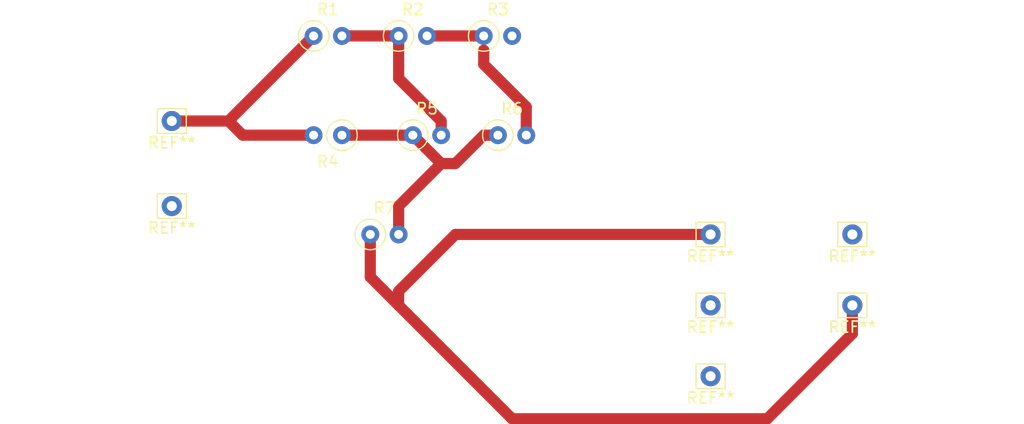
<source format=kicad_pcb>
(kicad_pcb (version 20171130) (host pcbnew "(5.1.4)-1")

  (general
    (thickness 1.6)
    (drawings 0)
    (tracks 28)
    (zones 0)
    (modules 14)
    (nets 7)
  )

  (page A4)
  (layers
    (0 F.Cu signal)
    (31 B.Cu signal)
    (32 B.Adhes user)
    (33 F.Adhes user)
    (34 B.Paste user)
    (35 F.Paste user)
    (36 B.SilkS user)
    (37 F.SilkS user)
    (38 B.Mask user)
    (39 F.Mask user)
    (40 Dwgs.User user)
    (41 Cmts.User user)
    (42 Eco1.User user)
    (43 Eco2.User user)
    (44 Edge.Cuts user)
    (45 Margin user)
    (46 B.CrtYd user)
    (47 F.CrtYd user)
    (48 B.Fab user)
    (49 F.Fab user)
  )

  (setup
    (last_trace_width 0.25)
    (user_trace_width 1)
    (trace_clearance 0.2)
    (zone_clearance 0.508)
    (zone_45_only no)
    (trace_min 0.2)
    (via_size 0.8)
    (via_drill 0.4)
    (via_min_size 0.4)
    (via_min_drill 0.3)
    (uvia_size 0.3)
    (uvia_drill 0.1)
    (uvias_allowed no)
    (uvia_min_size 0.2)
    (uvia_min_drill 0.1)
    (edge_width 0.05)
    (segment_width 0.2)
    (pcb_text_width 0.3)
    (pcb_text_size 1.5 1.5)
    (mod_edge_width 0.12)
    (mod_text_size 1 1)
    (mod_text_width 0.15)
    (pad_size 1.524 1.524)
    (pad_drill 0.762)
    (pad_to_mask_clearance 0.051)
    (solder_mask_min_width 0.25)
    (aux_axis_origin 0 0)
    (visible_elements 7FFFFFFF)
    (pcbplotparams
      (layerselection 0x010fc_ffffffff)
      (usegerberextensions false)
      (usegerberattributes false)
      (usegerberadvancedattributes false)
      (creategerberjobfile false)
      (excludeedgelayer true)
      (linewidth 0.100000)
      (plotframeref false)
      (viasonmask false)
      (mode 1)
      (useauxorigin false)
      (hpglpennumber 1)
      (hpglpenspeed 20)
      (hpglpendiameter 15.000000)
      (psnegative false)
      (psa4output false)
      (plotreference true)
      (plotvalue true)
      (plotinvisibletext false)
      (padsonsilk false)
      (subtractmaskfromsilk false)
      (outputformat 1)
      (mirror false)
      (drillshape 1)
      (scaleselection 1)
      (outputdirectory ""))
  )

  (net 0 "")
  (net 1 "Net-(R1-Pad2)")
  (net 2 "Net-(R1-Pad1)")
  (net 3 "Net-(R2-Pad2)")
  (net 4 Earth)
  (net 5 "Net-(R4-Pad1)")
  (net 6 "Net-(R7-Pad1)")

  (net_class Default "Esta es la clase de red por defecto."
    (clearance 0.2)
    (trace_width 0.25)
    (via_dia 0.8)
    (via_drill 0.4)
    (uvia_dia 0.3)
    (uvia_drill 0.1)
    (add_net Earth)
    (add_net "Net-(R1-Pad1)")
    (add_net "Net-(R1-Pad2)")
    (add_net "Net-(R2-Pad2)")
    (add_net "Net-(R4-Pad1)")
    (add_net "Net-(R7-Pad1)")
  )

  (module Connector_Pin:Pin_D0.9mm_L10.0mm_W2.4mm_FlatFork (layer F.Cu) (tedit 5A1DC084) (tstamp 5DB9C7A1)
    (at 115.57 101.6)
    (descr "solder Pin_ with flat fork, hole diameter 0.9mm, length 10.0mm, width 2.4mm")
    (tags "solder Pin_ with flat fork")
    (fp_text reference REF** (at 0 1.95) (layer F.SilkS)
      (effects (font (size 1 1) (thickness 0.15)))
    )
    (fp_text value Pin_D0.9mm_L10.0mm_W2.4mm_FlatFork (at 0 -2.05) (layer F.Fab)
      (effects (font (size 1 1) (thickness 0.15)))
    )
    (fp_line (start 1.7 1.4) (end -1.7 1.4) (layer F.CrtYd) (width 0.05))
    (fp_line (start 1.7 1.4) (end 1.7 -1.4) (layer F.CrtYd) (width 0.05))
    (fp_line (start -1.7 -1.4) (end -1.7 1.4) (layer F.CrtYd) (width 0.05))
    (fp_line (start -1.7 -1.4) (end 1.7 -1.4) (layer F.CrtYd) (width 0.05))
    (fp_line (start 1.2 -0.25) (end -1.2 -0.25) (layer F.Fab) (width 0.12))
    (fp_line (start 1.2 0.25) (end 1.2 -0.25) (layer F.Fab) (width 0.12))
    (fp_line (start -1.2 0.25) (end 1.2 0.25) (layer F.Fab) (width 0.12))
    (fp_line (start -1.2 -0.25) (end -1.2 0.25) (layer F.Fab) (width 0.12))
    (fp_line (start 1.3 -1.1) (end -1.3 -1.1) (layer F.SilkS) (width 0.12))
    (fp_line (start 1.3 1.1) (end 1.3 -1.1) (layer F.SilkS) (width 0.12))
    (fp_line (start -1.3 1.1) (end 1.3 1.1) (layer F.SilkS) (width 0.12))
    (fp_line (start -1.3 0.6) (end -1.3 1.1) (layer F.SilkS) (width 0.12))
    (fp_line (start -1.3 -1.1) (end -1.3 0.6) (layer F.SilkS) (width 0.12))
    (fp_text user %R (at 0 1.95) (layer F.Fab)
      (effects (font (size 1 1) (thickness 0.15)))
    )
    (pad 1 thru_hole circle (at 0 0) (size 1.8 1.8) (drill 0.9) (layers *.Cu *.Mask))
    (model ${KISYS3DMOD}/Connector_Pin.3dshapes/Pin_D0.9mm_L10.0mm_W2.4mm_FlatFork.wrl
      (at (xyz 0 0 0))
      (scale (xyz 1 1 1))
      (rotate (xyz 0 0 0))
    )
  )

  (module Connector_Pin:Pin_D0.9mm_L10.0mm_W2.4mm_FlatFork (layer F.Cu) (tedit 5A1DC084) (tstamp 5DB9C758)
    (at 115.57 93.98)
    (descr "solder Pin_ with flat fork, hole diameter 0.9mm, length 10.0mm, width 2.4mm")
    (tags "solder Pin_ with flat fork")
    (fp_text reference REF** (at 0 1.95) (layer F.SilkS)
      (effects (font (size 1 1) (thickness 0.15)))
    )
    (fp_text value Pin_D0.9mm_L10.0mm_W2.4mm_FlatFork (at 0 -2.05) (layer F.Fab)
      (effects (font (size 1 1) (thickness 0.15)))
    )
    (fp_line (start 1.7 1.4) (end -1.7 1.4) (layer F.CrtYd) (width 0.05))
    (fp_line (start 1.7 1.4) (end 1.7 -1.4) (layer F.CrtYd) (width 0.05))
    (fp_line (start -1.7 -1.4) (end -1.7 1.4) (layer F.CrtYd) (width 0.05))
    (fp_line (start -1.7 -1.4) (end 1.7 -1.4) (layer F.CrtYd) (width 0.05))
    (fp_line (start 1.2 -0.25) (end -1.2 -0.25) (layer F.Fab) (width 0.12))
    (fp_line (start 1.2 0.25) (end 1.2 -0.25) (layer F.Fab) (width 0.12))
    (fp_line (start -1.2 0.25) (end 1.2 0.25) (layer F.Fab) (width 0.12))
    (fp_line (start -1.2 -0.25) (end -1.2 0.25) (layer F.Fab) (width 0.12))
    (fp_line (start 1.3 -1.1) (end -1.3 -1.1) (layer F.SilkS) (width 0.12))
    (fp_line (start 1.3 1.1) (end 1.3 -1.1) (layer F.SilkS) (width 0.12))
    (fp_line (start -1.3 1.1) (end 1.3 1.1) (layer F.SilkS) (width 0.12))
    (fp_line (start -1.3 0.6) (end -1.3 1.1) (layer F.SilkS) (width 0.12))
    (fp_line (start -1.3 -1.1) (end -1.3 0.6) (layer F.SilkS) (width 0.12))
    (fp_text user %R (at 0 1.95) (layer F.Fab)
      (effects (font (size 1 1) (thickness 0.15)))
    )
    (pad 1 thru_hole circle (at 0 0) (size 1.8 1.8) (drill 0.9) (layers *.Cu *.Mask))
    (model ${KISYS3DMOD}/Connector_Pin.3dshapes/Pin_D0.9mm_L10.0mm_W2.4mm_FlatFork.wrl
      (at (xyz 0 0 0))
      (scale (xyz 1 1 1))
      (rotate (xyz 0 0 0))
    )
  )

  (module Connector_Pin:Pin_D0.9mm_L10.0mm_W2.4mm_FlatFork (layer F.Cu) (tedit 5A1DC084) (tstamp 5DB9C128)
    (at 163.83 110.49)
    (descr "solder Pin_ with flat fork, hole diameter 0.9mm, length 10.0mm, width 2.4mm")
    (tags "solder Pin_ with flat fork")
    (fp_text reference REF** (at 0 1.95) (layer F.SilkS)
      (effects (font (size 1 1) (thickness 0.15)))
    )
    (fp_text value Pin_D0.9mm_L10.0mm_W2.4mm_FlatFork (at 0 -2.05) (layer F.Fab)
      (effects (font (size 1 1) (thickness 0.15)))
    )
    (fp_text user %R (at 0 1.95) (layer F.Fab)
      (effects (font (size 1 1) (thickness 0.15)))
    )
    (fp_line (start -1.3 -1.1) (end -1.3 0.6) (layer F.SilkS) (width 0.12))
    (fp_line (start -1.3 0.6) (end -1.3 1.1) (layer F.SilkS) (width 0.12))
    (fp_line (start -1.3 1.1) (end 1.3 1.1) (layer F.SilkS) (width 0.12))
    (fp_line (start 1.3 1.1) (end 1.3 -1.1) (layer F.SilkS) (width 0.12))
    (fp_line (start 1.3 -1.1) (end -1.3 -1.1) (layer F.SilkS) (width 0.12))
    (fp_line (start -1.2 -0.25) (end -1.2 0.25) (layer F.Fab) (width 0.12))
    (fp_line (start -1.2 0.25) (end 1.2 0.25) (layer F.Fab) (width 0.12))
    (fp_line (start 1.2 0.25) (end 1.2 -0.25) (layer F.Fab) (width 0.12))
    (fp_line (start 1.2 -0.25) (end -1.2 -0.25) (layer F.Fab) (width 0.12))
    (fp_line (start -1.7 -1.4) (end 1.7 -1.4) (layer F.CrtYd) (width 0.05))
    (fp_line (start -1.7 -1.4) (end -1.7 1.4) (layer F.CrtYd) (width 0.05))
    (fp_line (start 1.7 1.4) (end 1.7 -1.4) (layer F.CrtYd) (width 0.05))
    (fp_line (start 1.7 1.4) (end -1.7 1.4) (layer F.CrtYd) (width 0.05))
    (pad 1 thru_hole circle (at 0 0) (size 1.8 1.8) (drill 0.9) (layers *.Cu *.Mask))
    (model ${KISYS3DMOD}/Connector_Pin.3dshapes/Pin_D0.9mm_L10.0mm_W2.4mm_FlatFork.wrl
      (at (xyz 0 0 0))
      (scale (xyz 1 1 1))
      (rotate (xyz 0 0 0))
    )
  )

  (module Connector_Pin:Pin_D0.9mm_L10.0mm_W2.4mm_FlatFork (layer F.Cu) (tedit 5A1DC084) (tstamp 5DB9C116)
    (at 163.83 104.14)
    (descr "solder Pin_ with flat fork, hole diameter 0.9mm, length 10.0mm, width 2.4mm")
    (tags "solder Pin_ with flat fork")
    (fp_text reference REF** (at 0 1.95) (layer F.SilkS)
      (effects (font (size 1 1) (thickness 0.15)))
    )
    (fp_text value Pin_D0.9mm_L10.0mm_W2.4mm_FlatFork (at 0 -2.05) (layer F.Fab)
      (effects (font (size 1 1) (thickness 0.15)))
    )
    (fp_text user %R (at 0 1.95) (layer F.Fab)
      (effects (font (size 1 1) (thickness 0.15)))
    )
    (fp_line (start -1.3 -1.1) (end -1.3 0.6) (layer F.SilkS) (width 0.12))
    (fp_line (start -1.3 0.6) (end -1.3 1.1) (layer F.SilkS) (width 0.12))
    (fp_line (start -1.3 1.1) (end 1.3 1.1) (layer F.SilkS) (width 0.12))
    (fp_line (start 1.3 1.1) (end 1.3 -1.1) (layer F.SilkS) (width 0.12))
    (fp_line (start 1.3 -1.1) (end -1.3 -1.1) (layer F.SilkS) (width 0.12))
    (fp_line (start -1.2 -0.25) (end -1.2 0.25) (layer F.Fab) (width 0.12))
    (fp_line (start -1.2 0.25) (end 1.2 0.25) (layer F.Fab) (width 0.12))
    (fp_line (start 1.2 0.25) (end 1.2 -0.25) (layer F.Fab) (width 0.12))
    (fp_line (start 1.2 -0.25) (end -1.2 -0.25) (layer F.Fab) (width 0.12))
    (fp_line (start -1.7 -1.4) (end 1.7 -1.4) (layer F.CrtYd) (width 0.05))
    (fp_line (start -1.7 -1.4) (end -1.7 1.4) (layer F.CrtYd) (width 0.05))
    (fp_line (start 1.7 1.4) (end 1.7 -1.4) (layer F.CrtYd) (width 0.05))
    (fp_line (start 1.7 1.4) (end -1.7 1.4) (layer F.CrtYd) (width 0.05))
    (pad 1 thru_hole circle (at 0 0) (size 1.8 1.8) (drill 0.9) (layers *.Cu *.Mask))
    (model ${KISYS3DMOD}/Connector_Pin.3dshapes/Pin_D0.9mm_L10.0mm_W2.4mm_FlatFork.wrl
      (at (xyz 0 0 0))
      (scale (xyz 1 1 1))
      (rotate (xyz 0 0 0))
    )
  )

  (module Connector_Pin:Pin_D0.9mm_L10.0mm_W2.4mm_FlatFork (layer F.Cu) (tedit 5A1DC084) (tstamp 5DB9C104)
    (at 176.53 104.14)
    (descr "solder Pin_ with flat fork, hole diameter 0.9mm, length 10.0mm, width 2.4mm")
    (tags "solder Pin_ with flat fork")
    (fp_text reference REF** (at 0 1.95) (layer F.SilkS)
      (effects (font (size 1 1) (thickness 0.15)))
    )
    (fp_text value Pin_D0.9mm_L10.0mm_W2.4mm_FlatFork (at 0 -2.05) (layer F.Fab)
      (effects (font (size 1 1) (thickness 0.15)))
    )
    (fp_text user %R (at 0 1.95) (layer F.Fab)
      (effects (font (size 1 1) (thickness 0.15)))
    )
    (fp_line (start -1.3 -1.1) (end -1.3 0.6) (layer F.SilkS) (width 0.12))
    (fp_line (start -1.3 0.6) (end -1.3 1.1) (layer F.SilkS) (width 0.12))
    (fp_line (start -1.3 1.1) (end 1.3 1.1) (layer F.SilkS) (width 0.12))
    (fp_line (start 1.3 1.1) (end 1.3 -1.1) (layer F.SilkS) (width 0.12))
    (fp_line (start 1.3 -1.1) (end -1.3 -1.1) (layer F.SilkS) (width 0.12))
    (fp_line (start -1.2 -0.25) (end -1.2 0.25) (layer F.Fab) (width 0.12))
    (fp_line (start -1.2 0.25) (end 1.2 0.25) (layer F.Fab) (width 0.12))
    (fp_line (start 1.2 0.25) (end 1.2 -0.25) (layer F.Fab) (width 0.12))
    (fp_line (start 1.2 -0.25) (end -1.2 -0.25) (layer F.Fab) (width 0.12))
    (fp_line (start -1.7 -1.4) (end 1.7 -1.4) (layer F.CrtYd) (width 0.05))
    (fp_line (start -1.7 -1.4) (end -1.7 1.4) (layer F.CrtYd) (width 0.05))
    (fp_line (start 1.7 1.4) (end 1.7 -1.4) (layer F.CrtYd) (width 0.05))
    (fp_line (start 1.7 1.4) (end -1.7 1.4) (layer F.CrtYd) (width 0.05))
    (pad 1 thru_hole circle (at 0 0) (size 1.8 1.8) (drill 0.9) (layers *.Cu *.Mask))
    (model ${KISYS3DMOD}/Connector_Pin.3dshapes/Pin_D0.9mm_L10.0mm_W2.4mm_FlatFork.wrl
      (at (xyz 0 0 0))
      (scale (xyz 1 1 1))
      (rotate (xyz 0 0 0))
    )
  )

  (module Connector_Pin:Pin_D0.9mm_L10.0mm_W2.4mm_FlatFork (layer F.Cu) (tedit 5A1DC084) (tstamp 5DB9C0F2)
    (at 163.83 116.84)
    (descr "solder Pin_ with flat fork, hole diameter 0.9mm, length 10.0mm, width 2.4mm")
    (tags "solder Pin_ with flat fork")
    (fp_text reference REF** (at 0 1.95) (layer F.SilkS)
      (effects (font (size 1 1) (thickness 0.15)))
    )
    (fp_text value Pin_D0.9mm_L10.0mm_W2.4mm_FlatFork (at 0 -2.05) (layer F.Fab)
      (effects (font (size 1 1) (thickness 0.15)))
    )
    (fp_text user %R (at 0 1.95) (layer F.Fab)
      (effects (font (size 1 1) (thickness 0.15)))
    )
    (fp_line (start -1.3 -1.1) (end -1.3 0.6) (layer F.SilkS) (width 0.12))
    (fp_line (start -1.3 0.6) (end -1.3 1.1) (layer F.SilkS) (width 0.12))
    (fp_line (start -1.3 1.1) (end 1.3 1.1) (layer F.SilkS) (width 0.12))
    (fp_line (start 1.3 1.1) (end 1.3 -1.1) (layer F.SilkS) (width 0.12))
    (fp_line (start 1.3 -1.1) (end -1.3 -1.1) (layer F.SilkS) (width 0.12))
    (fp_line (start -1.2 -0.25) (end -1.2 0.25) (layer F.Fab) (width 0.12))
    (fp_line (start -1.2 0.25) (end 1.2 0.25) (layer F.Fab) (width 0.12))
    (fp_line (start 1.2 0.25) (end 1.2 -0.25) (layer F.Fab) (width 0.12))
    (fp_line (start 1.2 -0.25) (end -1.2 -0.25) (layer F.Fab) (width 0.12))
    (fp_line (start -1.7 -1.4) (end 1.7 -1.4) (layer F.CrtYd) (width 0.05))
    (fp_line (start -1.7 -1.4) (end -1.7 1.4) (layer F.CrtYd) (width 0.05))
    (fp_line (start 1.7 1.4) (end 1.7 -1.4) (layer F.CrtYd) (width 0.05))
    (fp_line (start 1.7 1.4) (end -1.7 1.4) (layer F.CrtYd) (width 0.05))
    (pad 1 thru_hole circle (at 0 0) (size 1.8 1.8) (drill 0.9) (layers *.Cu *.Mask))
    (model ${KISYS3DMOD}/Connector_Pin.3dshapes/Pin_D0.9mm_L10.0mm_W2.4mm_FlatFork.wrl
      (at (xyz 0 0 0))
      (scale (xyz 1 1 1))
      (rotate (xyz 0 0 0))
    )
  )

  (module Connector_Pin:Pin_D0.9mm_L10.0mm_W2.4mm_FlatFork (layer F.Cu) (tedit 5A1DC084) (tstamp 5DB9C0E0)
    (at 176.53 110.49)
    (descr "solder Pin_ with flat fork, hole diameter 0.9mm, length 10.0mm, width 2.4mm")
    (tags "solder Pin_ with flat fork")
    (fp_text reference REF** (at 0 1.95) (layer F.SilkS)
      (effects (font (size 1 1) (thickness 0.15)))
    )
    (fp_text value Pin_D0.9mm_L10.0mm_W2.4mm_FlatFork (at 0 -2.05) (layer F.Fab)
      (effects (font (size 1 1) (thickness 0.15)))
    )
    (fp_text user %R (at 0 1.95) (layer F.Fab)
      (effects (font (size 1 1) (thickness 0.15)))
    )
    (fp_line (start -1.3 -1.1) (end -1.3 0.6) (layer F.SilkS) (width 0.12))
    (fp_line (start -1.3 0.6) (end -1.3 1.1) (layer F.SilkS) (width 0.12))
    (fp_line (start -1.3 1.1) (end 1.3 1.1) (layer F.SilkS) (width 0.12))
    (fp_line (start 1.3 1.1) (end 1.3 -1.1) (layer F.SilkS) (width 0.12))
    (fp_line (start 1.3 -1.1) (end -1.3 -1.1) (layer F.SilkS) (width 0.12))
    (fp_line (start -1.2 -0.25) (end -1.2 0.25) (layer F.Fab) (width 0.12))
    (fp_line (start -1.2 0.25) (end 1.2 0.25) (layer F.Fab) (width 0.12))
    (fp_line (start 1.2 0.25) (end 1.2 -0.25) (layer F.Fab) (width 0.12))
    (fp_line (start 1.2 -0.25) (end -1.2 -0.25) (layer F.Fab) (width 0.12))
    (fp_line (start -1.7 -1.4) (end 1.7 -1.4) (layer F.CrtYd) (width 0.05))
    (fp_line (start -1.7 -1.4) (end -1.7 1.4) (layer F.CrtYd) (width 0.05))
    (fp_line (start 1.7 1.4) (end 1.7 -1.4) (layer F.CrtYd) (width 0.05))
    (fp_line (start 1.7 1.4) (end -1.7 1.4) (layer F.CrtYd) (width 0.05))
    (pad 1 thru_hole circle (at 0 0) (size 1.8 1.8) (drill 0.9) (layers *.Cu *.Mask))
    (model ${KISYS3DMOD}/Connector_Pin.3dshapes/Pin_D0.9mm_L10.0mm_W2.4mm_FlatFork.wrl
      (at (xyz 0 0 0))
      (scale (xyz 1 1 1))
      (rotate (xyz 0 0 0))
    )
  )

  (module Resistor_THT:R_Axial_DIN0207_L6.3mm_D2.5mm_P2.54mm_Vertical (layer F.Cu) (tedit 5AE5139B) (tstamp 5DB9C4E8)
    (at 133.35 104.14)
    (descr "Resistor, Axial_DIN0207 series, Axial, Vertical, pin pitch=2.54mm, 0.25W = 1/4W, length*diameter=6.3*2.5mm^2, http://cdn-reichelt.de/documents/datenblatt/B400/1_4W%23YAG.pdf")
    (tags "Resistor Axial_DIN0207 series Axial Vertical pin pitch 2.54mm 0.25W = 1/4W length 6.3mm diameter 2.5mm")
    (path /5DB9B915)
    (fp_text reference R7 (at 1.27 -2.37) (layer F.SilkS)
      (effects (font (size 1 1) (thickness 0.15)))
    )
    (fp_text value R (at 1.27 2.37) (layer F.Fab)
      (effects (font (size 1 1) (thickness 0.15)))
    )
    (fp_text user %R (at 1.27 -2.37) (layer F.Fab)
      (effects (font (size 1 1) (thickness 0.15)))
    )
    (fp_line (start 3.59 -1.5) (end -1.5 -1.5) (layer F.CrtYd) (width 0.05))
    (fp_line (start 3.59 1.5) (end 3.59 -1.5) (layer F.CrtYd) (width 0.05))
    (fp_line (start -1.5 1.5) (end 3.59 1.5) (layer F.CrtYd) (width 0.05))
    (fp_line (start -1.5 -1.5) (end -1.5 1.5) (layer F.CrtYd) (width 0.05))
    (fp_line (start 1.37 0) (end 1.44 0) (layer F.SilkS) (width 0.12))
    (fp_line (start 0 0) (end 2.54 0) (layer F.Fab) (width 0.1))
    (fp_circle (center 0 0) (end 1.37 0) (layer F.SilkS) (width 0.12))
    (fp_circle (center 0 0) (end 1.25 0) (layer F.Fab) (width 0.1))
    (pad 2 thru_hole oval (at 2.54 0) (size 1.6 1.6) (drill 0.8) (layers *.Cu *.Mask)
      (net 5 "Net-(R4-Pad1)"))
    (pad 1 thru_hole circle (at 0 0) (size 1.6 1.6) (drill 0.8) (layers *.Cu *.Mask)
      (net 6 "Net-(R7-Pad1)"))
    (model ${KISYS3DMOD}/Resistor_THT.3dshapes/R_Axial_DIN0207_L6.3mm_D2.5mm_P2.54mm_Vertical.wrl
      (at (xyz 0 0 0))
      (scale (xyz 1 1 1))
      (rotate (xyz 0 0 0))
    )
  )

  (module Resistor_THT:R_Axial_DIN0207_L6.3mm_D2.5mm_P2.54mm_Vertical (layer F.Cu) (tedit 5AE5139B) (tstamp 5DB9C4D9)
    (at 144.78 95.25)
    (descr "Resistor, Axial_DIN0207 series, Axial, Vertical, pin pitch=2.54mm, 0.25W = 1/4W, length*diameter=6.3*2.5mm^2, http://cdn-reichelt.de/documents/datenblatt/B400/1_4W%23YAG.pdf")
    (tags "Resistor Axial_DIN0207 series Axial Vertical pin pitch 2.54mm 0.25W = 1/4W length 6.3mm diameter 2.5mm")
    (path /5DB9B428)
    (fp_text reference R6 (at 1.27 -2.37) (layer F.SilkS)
      (effects (font (size 1 1) (thickness 0.15)))
    )
    (fp_text value R (at 1.27 2.37) (layer F.Fab)
      (effects (font (size 1 1) (thickness 0.15)))
    )
    (fp_text user %R (at 1.27 -2.37) (layer F.Fab)
      (effects (font (size 1 1) (thickness 0.15)))
    )
    (fp_line (start 3.59 -1.5) (end -1.5 -1.5) (layer F.CrtYd) (width 0.05))
    (fp_line (start 3.59 1.5) (end 3.59 -1.5) (layer F.CrtYd) (width 0.05))
    (fp_line (start -1.5 1.5) (end 3.59 1.5) (layer F.CrtYd) (width 0.05))
    (fp_line (start -1.5 -1.5) (end -1.5 1.5) (layer F.CrtYd) (width 0.05))
    (fp_line (start 1.37 0) (end 1.44 0) (layer F.SilkS) (width 0.12))
    (fp_line (start 0 0) (end 2.54 0) (layer F.Fab) (width 0.1))
    (fp_circle (center 0 0) (end 1.37 0) (layer F.SilkS) (width 0.12))
    (fp_circle (center 0 0) (end 1.25 0) (layer F.Fab) (width 0.1))
    (pad 2 thru_hole oval (at 2.54 0) (size 1.6 1.6) (drill 0.8) (layers *.Cu *.Mask)
      (net 3 "Net-(R2-Pad2)"))
    (pad 1 thru_hole circle (at 0 0) (size 1.6 1.6) (drill 0.8) (layers *.Cu *.Mask)
      (net 5 "Net-(R4-Pad1)"))
    (model ${KISYS3DMOD}/Resistor_THT.3dshapes/R_Axial_DIN0207_L6.3mm_D2.5mm_P2.54mm_Vertical.wrl
      (at (xyz 0 0 0))
      (scale (xyz 1 1 1))
      (rotate (xyz 0 0 0))
    )
  )

  (module Resistor_THT:R_Axial_DIN0207_L6.3mm_D2.5mm_P2.54mm_Vertical (layer F.Cu) (tedit 5AE5139B) (tstamp 5DB9C4CA)
    (at 137.16 95.25)
    (descr "Resistor, Axial_DIN0207 series, Axial, Vertical, pin pitch=2.54mm, 0.25W = 1/4W, length*diameter=6.3*2.5mm^2, http://cdn-reichelt.de/documents/datenblatt/B400/1_4W%23YAG.pdf")
    (tags "Resistor Axial_DIN0207 series Axial Vertical pin pitch 2.54mm 0.25W = 1/4W length 6.3mm diameter 2.5mm")
    (path /5DB9B33C)
    (fp_text reference R5 (at 1.27 -2.37) (layer F.SilkS)
      (effects (font (size 1 1) (thickness 0.15)))
    )
    (fp_text value R (at 1.27 2.37) (layer F.Fab)
      (effects (font (size 1 1) (thickness 0.15)))
    )
    (fp_text user %R (at 1.27 -2.37) (layer F.Fab)
      (effects (font (size 1 1) (thickness 0.15)))
    )
    (fp_line (start 3.59 -1.5) (end -1.5 -1.5) (layer F.CrtYd) (width 0.05))
    (fp_line (start 3.59 1.5) (end 3.59 -1.5) (layer F.CrtYd) (width 0.05))
    (fp_line (start -1.5 1.5) (end 3.59 1.5) (layer F.CrtYd) (width 0.05))
    (fp_line (start -1.5 -1.5) (end -1.5 1.5) (layer F.CrtYd) (width 0.05))
    (fp_line (start 1.37 0) (end 1.44 0) (layer F.SilkS) (width 0.12))
    (fp_line (start 0 0) (end 2.54 0) (layer F.Fab) (width 0.1))
    (fp_circle (center 0 0) (end 1.37 0) (layer F.SilkS) (width 0.12))
    (fp_circle (center 0 0) (end 1.25 0) (layer F.Fab) (width 0.1))
    (pad 2 thru_hole oval (at 2.54 0) (size 1.6 1.6) (drill 0.8) (layers *.Cu *.Mask)
      (net 1 "Net-(R1-Pad2)"))
    (pad 1 thru_hole circle (at 0 0) (size 1.6 1.6) (drill 0.8) (layers *.Cu *.Mask)
      (net 5 "Net-(R4-Pad1)"))
    (model ${KISYS3DMOD}/Resistor_THT.3dshapes/R_Axial_DIN0207_L6.3mm_D2.5mm_P2.54mm_Vertical.wrl
      (at (xyz 0 0 0))
      (scale (xyz 1 1 1))
      (rotate (xyz 0 0 0))
    )
  )

  (module Resistor_THT:R_Axial_DIN0207_L6.3mm_D2.5mm_P2.54mm_Vertical (layer F.Cu) (tedit 5AE5139B) (tstamp 5DB9C4BB)
    (at 130.81 95.25 180)
    (descr "Resistor, Axial_DIN0207 series, Axial, Vertical, pin pitch=2.54mm, 0.25W = 1/4W, length*diameter=6.3*2.5mm^2, http://cdn-reichelt.de/documents/datenblatt/B400/1_4W%23YAG.pdf")
    (tags "Resistor Axial_DIN0207 series Axial Vertical pin pitch 2.54mm 0.25W = 1/4W length 6.3mm diameter 2.5mm")
    (path /5DB9B14C)
    (fp_text reference R4 (at 1.27 -2.37) (layer F.SilkS)
      (effects (font (size 1 1) (thickness 0.15)))
    )
    (fp_text value R (at 1.27 2.37) (layer F.Fab)
      (effects (font (size 1 1) (thickness 0.15)))
    )
    (fp_text user %R (at 1.27 -2.37) (layer F.Fab)
      (effects (font (size 1 1) (thickness 0.15)))
    )
    (fp_line (start 3.59 -1.5) (end -1.5 -1.5) (layer F.CrtYd) (width 0.05))
    (fp_line (start 3.59 1.5) (end 3.59 -1.5) (layer F.CrtYd) (width 0.05))
    (fp_line (start -1.5 1.5) (end 3.59 1.5) (layer F.CrtYd) (width 0.05))
    (fp_line (start -1.5 -1.5) (end -1.5 1.5) (layer F.CrtYd) (width 0.05))
    (fp_line (start 1.37 0) (end 1.44 0) (layer F.SilkS) (width 0.12))
    (fp_line (start 0 0) (end 2.54 0) (layer F.Fab) (width 0.1))
    (fp_circle (center 0 0) (end 1.37 0) (layer F.SilkS) (width 0.12))
    (fp_circle (center 0 0) (end 1.25 0) (layer F.Fab) (width 0.1))
    (pad 2 thru_hole oval (at 2.54 0 180) (size 1.6 1.6) (drill 0.8) (layers *.Cu *.Mask)
      (net 2 "Net-(R1-Pad1)"))
    (pad 1 thru_hole circle (at 0 0 180) (size 1.6 1.6) (drill 0.8) (layers *.Cu *.Mask)
      (net 5 "Net-(R4-Pad1)"))
    (model ${KISYS3DMOD}/Resistor_THT.3dshapes/R_Axial_DIN0207_L6.3mm_D2.5mm_P2.54mm_Vertical.wrl
      (at (xyz 0 0 0))
      (scale (xyz 1 1 1))
      (rotate (xyz 0 0 0))
    )
  )

  (module Resistor_THT:R_Axial_DIN0207_L6.3mm_D2.5mm_P2.54mm_Vertical (layer F.Cu) (tedit 5AE5139B) (tstamp 5DB9C4AC)
    (at 143.51 86.36)
    (descr "Resistor, Axial_DIN0207 series, Axial, Vertical, pin pitch=2.54mm, 0.25W = 1/4W, length*diameter=6.3*2.5mm^2, http://cdn-reichelt.de/documents/datenblatt/B400/1_4W%23YAG.pdf")
    (tags "Resistor Axial_DIN0207 series Axial Vertical pin pitch 2.54mm 0.25W = 1/4W length 6.3mm diameter 2.5mm")
    (path /5DB9B803)
    (fp_text reference R3 (at 1.27 -2.37) (layer F.SilkS)
      (effects (font (size 1 1) (thickness 0.15)))
    )
    (fp_text value R (at 1.27 2.37) (layer F.Fab)
      (effects (font (size 1 1) (thickness 0.15)))
    )
    (fp_text user %R (at 1.27 -2.37) (layer F.Fab)
      (effects (font (size 1 1) (thickness 0.15)))
    )
    (fp_line (start 3.59 -1.5) (end -1.5 -1.5) (layer F.CrtYd) (width 0.05))
    (fp_line (start 3.59 1.5) (end 3.59 -1.5) (layer F.CrtYd) (width 0.05))
    (fp_line (start -1.5 1.5) (end 3.59 1.5) (layer F.CrtYd) (width 0.05))
    (fp_line (start -1.5 -1.5) (end -1.5 1.5) (layer F.CrtYd) (width 0.05))
    (fp_line (start 1.37 0) (end 1.44 0) (layer F.SilkS) (width 0.12))
    (fp_line (start 0 0) (end 2.54 0) (layer F.Fab) (width 0.1))
    (fp_circle (center 0 0) (end 1.37 0) (layer F.SilkS) (width 0.12))
    (fp_circle (center 0 0) (end 1.25 0) (layer F.Fab) (width 0.1))
    (pad 2 thru_hole oval (at 2.54 0) (size 1.6 1.6) (drill 0.8) (layers *.Cu *.Mask)
      (net 4 Earth))
    (pad 1 thru_hole circle (at 0 0) (size 1.6 1.6) (drill 0.8) (layers *.Cu *.Mask)
      (net 3 "Net-(R2-Pad2)"))
    (model ${KISYS3DMOD}/Resistor_THT.3dshapes/R_Axial_DIN0207_L6.3mm_D2.5mm_P2.54mm_Vertical.wrl
      (at (xyz 0 0 0))
      (scale (xyz 1 1 1))
      (rotate (xyz 0 0 0))
    )
  )

  (module Resistor_THT:R_Axial_DIN0207_L6.3mm_D2.5mm_P2.54mm_Vertical (layer F.Cu) (tedit 5AE5139B) (tstamp 5DB9C49D)
    (at 135.89 86.36)
    (descr "Resistor, Axial_DIN0207 series, Axial, Vertical, pin pitch=2.54mm, 0.25W = 1/4W, length*diameter=6.3*2.5mm^2, http://cdn-reichelt.de/documents/datenblatt/B400/1_4W%23YAG.pdf")
    (tags "Resistor Axial_DIN0207 series Axial Vertical pin pitch 2.54mm 0.25W = 1/4W length 6.3mm diameter 2.5mm")
    (path /5DB9B706)
    (fp_text reference R2 (at 1.27 -2.37) (layer F.SilkS)
      (effects (font (size 1 1) (thickness 0.15)))
    )
    (fp_text value R (at 1.27 2.37) (layer F.Fab)
      (effects (font (size 1 1) (thickness 0.15)))
    )
    (fp_text user %R (at 1.27 -2.37) (layer F.Fab)
      (effects (font (size 1 1) (thickness 0.15)))
    )
    (fp_line (start 3.59 -1.5) (end -1.5 -1.5) (layer F.CrtYd) (width 0.05))
    (fp_line (start 3.59 1.5) (end 3.59 -1.5) (layer F.CrtYd) (width 0.05))
    (fp_line (start -1.5 1.5) (end 3.59 1.5) (layer F.CrtYd) (width 0.05))
    (fp_line (start -1.5 -1.5) (end -1.5 1.5) (layer F.CrtYd) (width 0.05))
    (fp_line (start 1.37 0) (end 1.44 0) (layer F.SilkS) (width 0.12))
    (fp_line (start 0 0) (end 2.54 0) (layer F.Fab) (width 0.1))
    (fp_circle (center 0 0) (end 1.37 0) (layer F.SilkS) (width 0.12))
    (fp_circle (center 0 0) (end 1.25 0) (layer F.Fab) (width 0.1))
    (pad 2 thru_hole oval (at 2.54 0) (size 1.6 1.6) (drill 0.8) (layers *.Cu *.Mask)
      (net 3 "Net-(R2-Pad2)"))
    (pad 1 thru_hole circle (at 0 0) (size 1.6 1.6) (drill 0.8) (layers *.Cu *.Mask)
      (net 1 "Net-(R1-Pad2)"))
    (model ${KISYS3DMOD}/Resistor_THT.3dshapes/R_Axial_DIN0207_L6.3mm_D2.5mm_P2.54mm_Vertical.wrl
      (at (xyz 0 0 0))
      (scale (xyz 1 1 1))
      (rotate (xyz 0 0 0))
    )
  )

  (module Resistor_THT:R_Axial_DIN0207_L6.3mm_D2.5mm_P2.54mm_Vertical (layer F.Cu) (tedit 5AE5139B) (tstamp 5DB9C48E)
    (at 128.27 86.36)
    (descr "Resistor, Axial_DIN0207 series, Axial, Vertical, pin pitch=2.54mm, 0.25W = 1/4W, length*diameter=6.3*2.5mm^2, http://cdn-reichelt.de/documents/datenblatt/B400/1_4W%23YAG.pdf")
    (tags "Resistor Axial_DIN0207 series Axial Vertical pin pitch 2.54mm 0.25W = 1/4W length 6.3mm diameter 2.5mm")
    (path /5DB9B529)
    (fp_text reference R1 (at 1.27 -2.37) (layer F.SilkS)
      (effects (font (size 1 1) (thickness 0.15)))
    )
    (fp_text value R (at 1.27 2.37) (layer F.Fab)
      (effects (font (size 1 1) (thickness 0.15)))
    )
    (fp_text user %R (at 1.27 -2.37) (layer F.Fab)
      (effects (font (size 1 1) (thickness 0.15)))
    )
    (fp_line (start 3.59 -1.5) (end -1.5 -1.5) (layer F.CrtYd) (width 0.05))
    (fp_line (start 3.59 1.5) (end 3.59 -1.5) (layer F.CrtYd) (width 0.05))
    (fp_line (start -1.5 1.5) (end 3.59 1.5) (layer F.CrtYd) (width 0.05))
    (fp_line (start -1.5 -1.5) (end -1.5 1.5) (layer F.CrtYd) (width 0.05))
    (fp_line (start 1.37 0) (end 1.44 0) (layer F.SilkS) (width 0.12))
    (fp_line (start 0 0) (end 2.54 0) (layer F.Fab) (width 0.1))
    (fp_circle (center 0 0) (end 1.37 0) (layer F.SilkS) (width 0.12))
    (fp_circle (center 0 0) (end 1.25 0) (layer F.Fab) (width 0.1))
    (pad 2 thru_hole oval (at 2.54 0) (size 1.6 1.6) (drill 0.8) (layers *.Cu *.Mask)
      (net 1 "Net-(R1-Pad2)"))
    (pad 1 thru_hole circle (at 0 0) (size 1.6 1.6) (drill 0.8) (layers *.Cu *.Mask)
      (net 2 "Net-(R1-Pad1)"))
    (model ${KISYS3DMOD}/Resistor_THT.3dshapes/R_Axial_DIN0207_L6.3mm_D2.5mm_P2.54mm_Vertical.wrl
      (at (xyz 0 0 0))
      (scale (xyz 1 1 1))
      (rotate (xyz 0 0 0))
    )
  )

  (segment (start 163.83 104.14) (end 140.97 104.14) (width 1) (layer F.Cu) (net 0))
  (segment (start 140.97 104.14) (end 135.89 109.22) (width 1) (layer F.Cu) (net 0))
  (segment (start 130.81 86.36) (end 135.89 86.36) (width 1) (layer F.Cu) (net 1))
  (segment (start 135.89 86.36) (end 135.89 90.17) (width 1) (layer F.Cu) (net 1))
  (segment (start 139.7 93.98) (end 139.7 95.25) (width 1) (layer F.Cu) (net 1))
  (segment (start 135.89 90.17) (end 139.7 93.98) (width 1) (layer F.Cu) (net 1))
  (segment (start 120.65 93.98) (end 128.27 86.36) (width 1) (layer F.Cu) (net 2))
  (segment (start 115.57 93.98) (end 120.65 93.98) (width 1) (layer F.Cu) (net 2))
  (segment (start 121.92 95.25) (end 120.65 93.98) (width 1) (layer F.Cu) (net 2))
  (segment (start 128.27 95.25) (end 121.92 95.25) (width 1) (layer F.Cu) (net 2))
  (segment (start 143.51 87.63) (end 143.51 88.9) (width 1) (layer F.Cu) (net 3))
  (segment (start 138.43 86.36) (end 143.51 86.36) (width 1) (layer F.Cu) (net 3))
  (segment (start 147.32 92.71) (end 147.32 95.25) (width 1) (layer F.Cu) (net 3))
  (segment (start 143.51 88.9) (end 147.32 92.71) (width 1) (layer F.Cu) (net 3))
  (segment (start 144.78 95.25) (end 143.51 95.25) (width 1) (layer F.Cu) (net 5))
  (segment (start 143.51 95.25) (end 140.97 97.79) (width 1) (layer F.Cu) (net 5))
  (segment (start 139.7 97.79) (end 137.16 95.25) (width 1) (layer F.Cu) (net 5))
  (segment (start 140.97 97.79) (end 139.7 97.79) (width 1) (layer F.Cu) (net 5))
  (segment (start 135.89 101.6) (end 139.7 97.79) (width 1) (layer F.Cu) (net 5))
  (segment (start 135.89 104.14) (end 135.89 101.6) (width 1) (layer F.Cu) (net 5))
  (segment (start 130.81 95.25) (end 137.16 95.25) (width 1) (layer F.Cu) (net 5))
  (segment (start 133.35 104.14) (end 133.35 107.95) (width 1) (layer F.Cu) (net 6))
  (segment (start 146.05 120.65) (end 168.91 120.65) (width 1) (layer F.Cu) (net 6))
  (segment (start 176.53 113.03) (end 176.53 110.49) (width 1) (layer F.Cu) (net 6))
  (segment (start 168.91 120.65) (end 176.53 113.03) (width 1) (layer F.Cu) (net 6))
  (segment (start 135.89 109.22) (end 135.89 110.49) (width 1) (layer F.Cu) (net 6))
  (segment (start 133.35 107.95) (end 135.89 110.49) (width 1) (layer F.Cu) (net 6))
  (segment (start 135.89 110.49) (end 146.05 120.65) (width 1) (layer F.Cu) (net 6))

)

</source>
